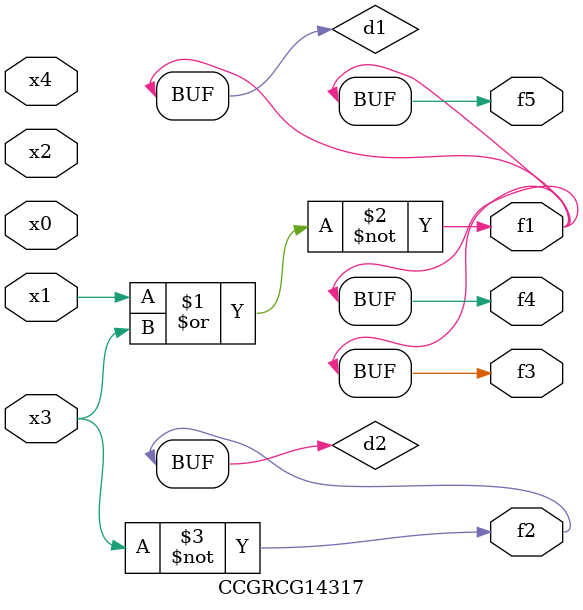
<source format=v>
module CCGRCG14317(
	input x0, x1, x2, x3, x4,
	output f1, f2, f3, f4, f5
);

	wire d1, d2;

	nor (d1, x1, x3);
	not (d2, x3);
	assign f1 = d1;
	assign f2 = d2;
	assign f3 = d1;
	assign f4 = d1;
	assign f5 = d1;
endmodule

</source>
